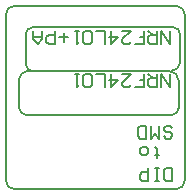
<source format=gto>
G04 Layer_Color=65535*
%FSLAX44Y44*%
%MOMM*%
G71*
G01*
G75*
%ADD16C,0.2000*%
D16*
X145034Y762D02*
G03*
X152400Y8128I0J7366D01*
G01*
Y148590D02*
G03*
X145034Y155956I-7366J0D01*
G01*
X8128D02*
G03*
X762Y148590I0J-7366D01*
G01*
Y8128D02*
G03*
X8128Y762I7366J0D01*
G01*
X17526Y107188D02*
G03*
X24130Y100584I6604J0D01*
G01*
X23622Y137922D02*
G03*
X17526Y131826I0J-6096D01*
G01*
X148336Y132080D02*
G03*
X142494Y137922I-5842J0D01*
G01*
X12192Y69596D02*
G03*
X18288Y63500I6096J0D01*
G01*
X141224D02*
G03*
X147066Y69342I0J5842D01*
G01*
X140970Y100838D02*
G03*
X148336Y108204I0J7366D01*
G01*
X147066Y93218D02*
G03*
X139700Y100584I-7366J0D01*
G01*
X18796D02*
G03*
X12192Y93980I0J-6604D01*
G01*
X8128Y762D02*
X145034D01*
X152400Y8128D02*
Y148590D01*
X8128Y155956D02*
X145034D01*
X762Y8128D02*
Y148590D01*
X17526Y107188D02*
Y131826D01*
X23622Y137922D02*
X142494D01*
X18288Y63500D02*
X141224D01*
X54610Y100584D02*
X139700D01*
X148336Y108204D02*
Y132080D01*
X18796Y100584D02*
X54610D01*
X147066Y69342D02*
Y93218D01*
X12192Y69596D02*
Y93980D01*
X141764Y7654D02*
Y18651D01*
X136266D01*
X134433Y16818D01*
Y9487D01*
X136266Y7654D01*
X141764D01*
X130768D02*
X127102D01*
X128935D01*
Y18651D01*
X130768D01*
X127102D01*
X121604D02*
Y7654D01*
X116106D01*
X114273Y9487D01*
Y13152D01*
X116106Y14985D01*
X121604D01*
X128935Y27483D02*
Y29315D01*
X130768D01*
X127102D01*
X128935D01*
Y34813D01*
X127102Y36646D01*
X119771D02*
X116106D01*
X114273Y34813D01*
Y31148D01*
X116106Y29315D01*
X119771D01*
X121604Y31148D01*
Y34813D01*
X119771Y36646D01*
X134433Y45478D02*
X136266Y43646D01*
X139931D01*
X141764Y45478D01*
Y47311D01*
X139931Y49144D01*
X136266D01*
X134433Y50977D01*
Y52809D01*
X136266Y54642D01*
X139931D01*
X141764Y52809D01*
X130768Y54642D02*
Y43646D01*
X127102Y47311D01*
X123437Y43646D01*
Y54642D01*
X119771Y43646D02*
Y54642D01*
X114273D01*
X112440Y52809D01*
Y45478D01*
X114273Y43646D01*
X119771D01*
X139700Y134874D02*
Y123878D01*
X132369Y134874D01*
Y123878D01*
X128704Y134874D02*
Y123878D01*
X123205D01*
X121373Y125710D01*
Y129376D01*
X123205Y131208D01*
X128704D01*
X125038D02*
X121373Y134874D01*
X110376Y123878D02*
X117707D01*
Y129376D01*
X114042D01*
X117707D01*
Y134874D01*
X99380D02*
X106711D01*
X99380Y127543D01*
Y125710D01*
X101212Y123878D01*
X104878D01*
X106711Y125710D01*
X90216Y134874D02*
Y123878D01*
X95714Y129376D01*
X88383D01*
X84718Y123878D02*
Y134874D01*
X77387D01*
X73721Y125710D02*
X71889Y123878D01*
X68223D01*
X66390Y125710D01*
Y133041D01*
X68223Y134874D01*
X71889D01*
X73721Y133041D01*
Y125710D01*
X62725Y134874D02*
X59059D01*
X60892D01*
Y123878D01*
X62725Y125710D01*
X53561Y129376D02*
X46230D01*
X49896Y125710D02*
Y133041D01*
X42565Y134874D02*
Y123878D01*
X37067D01*
X35234Y125710D01*
Y129376D01*
X37067Y131208D01*
X42565D01*
X31568Y134874D02*
Y127543D01*
X27903Y123878D01*
X24237Y127543D01*
Y134874D01*
Y129376D01*
X31568D01*
X139700Y98298D02*
Y87302D01*
X132369Y98298D01*
Y87302D01*
X128704Y98298D02*
Y87302D01*
X123205D01*
X121373Y89134D01*
Y92800D01*
X123205Y94633D01*
X128704D01*
X125038D02*
X121373Y98298D01*
X110376Y87302D02*
X117707D01*
Y92800D01*
X114042D01*
X117707D01*
Y98298D01*
X99380D02*
X106711D01*
X99380Y90967D01*
Y89134D01*
X101212Y87302D01*
X104878D01*
X106711Y89134D01*
X90216Y98298D02*
Y87302D01*
X95714Y92800D01*
X88383D01*
X84718Y87302D02*
Y98298D01*
X77387D01*
X73721Y89134D02*
X71889Y87302D01*
X68223D01*
X66390Y89134D01*
Y96465D01*
X68223Y98298D01*
X71889D01*
X73721Y96465D01*
Y89134D01*
X62725Y98298D02*
X59059D01*
X60892D01*
Y87302D01*
X62725Y89134D01*
M02*

</source>
